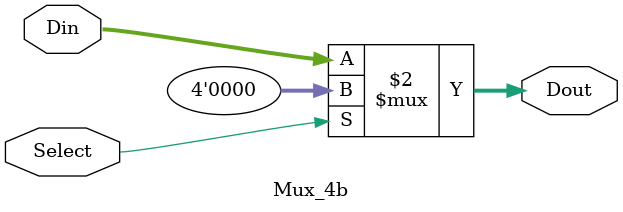
<source format=sv>
`timescale 1ns / 1ps

module Mux_4b #(parameter LENGTH = 4)
(
input [LENGTH - 1:0] Din,
input Select,
output reg [LENGTH - 1:0] Dout
);

    assign Dout = (Select == 1'b0) ? Din : 4'h0;
    
endmodule

</source>
